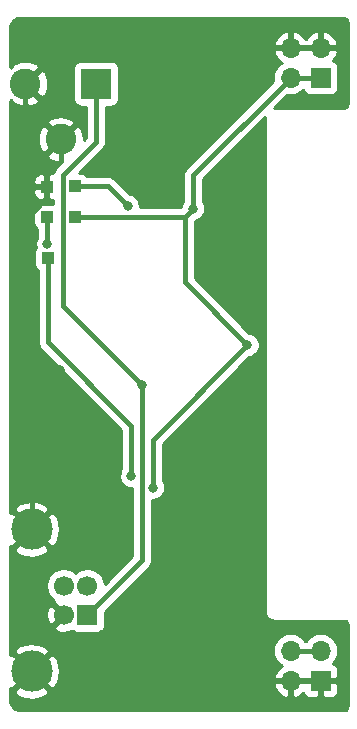
<source format=gbl>
G04 #@! TF.GenerationSoftware,KiCad,Pcbnew,(5.1.4)-1*
G04 #@! TF.CreationDate,2021-06-12T17:19:04+05:30*
G04 #@! TF.ProjectId,Breadboard_Power_Supply,42726561-6462-46f6-9172-645f506f7765,1*
G04 #@! TF.SameCoordinates,Original*
G04 #@! TF.FileFunction,Copper,L2,Bot*
G04 #@! TF.FilePolarity,Positive*
%FSLAX46Y46*%
G04 Gerber Fmt 4.6, Leading zero omitted, Abs format (unit mm)*
G04 Created by KiCad (PCBNEW (5.1.4)-1) date 2021-06-12 17:19:04*
%MOMM*%
%LPD*%
G04 APERTURE LIST*
%ADD10R,1.000000X1.000000*%
%ADD11O,1.700000X1.700000*%
%ADD12R,1.700000X1.700000*%
%ADD13C,1.700000*%
%ADD14C,3.500000*%
%ADD15C,2.600000*%
%ADD16R,2.600000X2.600000*%
%ADD17C,0.800000*%
%ADD18C,0.400000*%
%ADD19C,0.254000*%
G04 APERTURE END LIST*
D10*
X136400000Y-80500000D03*
D11*
X156960000Y-113760000D03*
X159500000Y-113760000D03*
X156960000Y-116300000D03*
D12*
X159500000Y-116300000D03*
D11*
X156960000Y-62710000D03*
X159500000Y-62710000D03*
X156960000Y-65250000D03*
D12*
X159500000Y-65250000D03*
X139750000Y-110750000D03*
D13*
X139750000Y-108250000D03*
X137750000Y-108250000D03*
X137750000Y-110750000D03*
D14*
X135040000Y-115520000D03*
X135040000Y-103480000D03*
D15*
X137500000Y-70450000D03*
X134500000Y-65750000D03*
D16*
X140500000Y-65750000D03*
D10*
X138725000Y-74425000D03*
X138750000Y-77025000D03*
X136325000Y-74475000D03*
X136325000Y-77050000D03*
D17*
X137439100Y-89958000D03*
X144395000Y-91260000D03*
X145302400Y-99944600D03*
X148700000Y-76331200D03*
X153314000Y-87874600D03*
X143176900Y-76117600D03*
X136375300Y-79292600D03*
X143477800Y-98982500D03*
D18*
X134500000Y-65750000D02*
X137540000Y-62710000D01*
X137540000Y-62710000D02*
X156960000Y-62710000D01*
X137500000Y-70450000D02*
X134500000Y-67450000D01*
X134500000Y-67450000D02*
X134500000Y-65750000D01*
X136325000Y-73474700D02*
X137500000Y-72299700D01*
X137500000Y-72299700D02*
X137500000Y-70450000D01*
X135282600Y-89958000D02*
X137439100Y-89958000D01*
X135040000Y-103480000D02*
X135040000Y-90200600D01*
X135040000Y-90200600D02*
X135282600Y-89958000D01*
X136325000Y-74475000D02*
X136325000Y-73474700D01*
X159500000Y-116300000D02*
X156960000Y-116300000D01*
X159500000Y-62710000D02*
X156960000Y-62710000D01*
X136325000Y-75375000D02*
X136325000Y-74475000D01*
X135040000Y-76660000D02*
X136325000Y-75375000D01*
X135040000Y-90200600D02*
X135040000Y-76660000D01*
X144395000Y-91260000D02*
X137703300Y-84568300D01*
X137703300Y-84568300D02*
X137703300Y-73449500D01*
X137703300Y-73449500D02*
X140500000Y-70652800D01*
X140500000Y-70652800D02*
X140500000Y-65750000D01*
X139750000Y-110750000D02*
X144395000Y-106105000D01*
X144395000Y-106105000D02*
X144395000Y-91260000D01*
X153314000Y-87874600D02*
X145302400Y-95886200D01*
X145302400Y-95886200D02*
X145302400Y-99944600D01*
X153314000Y-87874600D02*
X148006200Y-82566800D01*
X148006200Y-82566800D02*
X148006200Y-77025000D01*
X148006200Y-77025000D02*
X138750000Y-77025000D01*
X148700000Y-76331200D02*
X148006200Y-77025000D01*
X159500000Y-65250000D02*
X156960000Y-65250000D01*
X148700000Y-73510000D02*
X156960000Y-65250000D01*
X148700000Y-76331200D02*
X148700000Y-73510000D01*
X139725300Y-74425000D02*
X141484300Y-74425000D01*
X141484300Y-74425000D02*
X143176900Y-76117600D01*
X138725000Y-74425000D02*
X139725300Y-74425000D01*
X159500000Y-113760000D02*
X156960000Y-113760000D01*
X136325000Y-77050000D02*
X136325000Y-79242300D01*
X136325000Y-79242300D02*
X136375300Y-79292600D01*
X136400000Y-80500000D02*
X136400000Y-87645800D01*
X136400000Y-87645800D02*
X136400100Y-87645800D01*
X136400100Y-87645800D02*
X143477800Y-94723500D01*
X143477800Y-94723500D02*
X143477800Y-98982500D01*
D19*
G36*
X161555665Y-60218863D02*
G01*
X161609214Y-60235030D01*
X161658597Y-60261288D01*
X161701945Y-60296641D01*
X161737600Y-60339740D01*
X161764201Y-60388937D01*
X161780742Y-60442375D01*
X161790001Y-60530464D01*
X161790000Y-67465279D01*
X161781138Y-67555664D01*
X161764970Y-67609214D01*
X161738712Y-67658597D01*
X161703357Y-67701947D01*
X161660261Y-67737599D01*
X161611063Y-67764201D01*
X161557625Y-67780742D01*
X161469545Y-67790000D01*
X155600868Y-67790000D01*
X156676596Y-66714272D01*
X156887050Y-66735000D01*
X157032950Y-66735000D01*
X157251111Y-66713513D01*
X157531034Y-66628599D01*
X157789014Y-66490706D01*
X158015134Y-66305134D01*
X158039607Y-66275313D01*
X158060498Y-66344180D01*
X158119463Y-66454494D01*
X158198815Y-66551185D01*
X158295506Y-66630537D01*
X158405820Y-66689502D01*
X158525518Y-66725812D01*
X158650000Y-66738072D01*
X160350000Y-66738072D01*
X160474482Y-66725812D01*
X160594180Y-66689502D01*
X160704494Y-66630537D01*
X160801185Y-66551185D01*
X160880537Y-66454494D01*
X160939502Y-66344180D01*
X160975812Y-66224482D01*
X160988072Y-66100000D01*
X160988072Y-64400000D01*
X160975812Y-64275518D01*
X160939502Y-64155820D01*
X160880537Y-64045506D01*
X160801185Y-63948815D01*
X160704494Y-63869463D01*
X160594180Y-63810498D01*
X160513534Y-63786034D01*
X160597588Y-63710269D01*
X160771641Y-63476920D01*
X160896825Y-63214099D01*
X160941476Y-63066890D01*
X160820155Y-62837000D01*
X159627000Y-62837000D01*
X159627000Y-62857000D01*
X159373000Y-62857000D01*
X159373000Y-62837000D01*
X157087000Y-62837000D01*
X157087000Y-62857000D01*
X156833000Y-62857000D01*
X156833000Y-62837000D01*
X155639845Y-62837000D01*
X155518524Y-63066890D01*
X155563175Y-63214099D01*
X155688359Y-63476920D01*
X155862412Y-63710269D01*
X156078645Y-63905178D01*
X156195523Y-63974799D01*
X156130986Y-64009294D01*
X155904866Y-64194866D01*
X155719294Y-64420986D01*
X155581401Y-64678966D01*
X155496487Y-64958889D01*
X155467815Y-65250000D01*
X155495728Y-65533404D01*
X148138574Y-72890559D01*
X148106710Y-72916709D01*
X148080562Y-72948571D01*
X148002364Y-73043855D01*
X147924828Y-73188914D01*
X147877082Y-73346312D01*
X147860960Y-73510000D01*
X147865001Y-73551028D01*
X147865000Y-75717915D01*
X147782795Y-75840944D01*
X147704774Y-76029302D01*
X147675907Y-76174425D01*
X147660333Y-76190000D01*
X144211900Y-76190000D01*
X144211900Y-76015661D01*
X144172126Y-75815702D01*
X144094105Y-75627344D01*
X143980837Y-75457826D01*
X143836674Y-75313663D01*
X143667156Y-75200395D01*
X143478798Y-75122374D01*
X143333676Y-75093508D01*
X142103746Y-73863579D01*
X142077591Y-73831709D01*
X141950446Y-73727364D01*
X141805387Y-73649828D01*
X141647989Y-73602082D01*
X141525319Y-73590000D01*
X141525318Y-73590000D01*
X141484300Y-73585960D01*
X141443282Y-73590000D01*
X139765957Y-73590000D01*
X139755537Y-73570506D01*
X139676185Y-73473815D01*
X139579494Y-73394463D01*
X139469180Y-73335498D01*
X139349482Y-73299188D01*
X139225000Y-73286928D01*
X139046739Y-73286928D01*
X141061428Y-71272240D01*
X141093291Y-71246091D01*
X141197636Y-71118946D01*
X141275172Y-70973887D01*
X141322918Y-70816489D01*
X141335000Y-70693819D01*
X141335000Y-70693818D01*
X141339040Y-70652801D01*
X141335000Y-70611782D01*
X141335000Y-67688072D01*
X141800000Y-67688072D01*
X141924482Y-67675812D01*
X142044180Y-67639502D01*
X142154494Y-67580537D01*
X142251185Y-67501185D01*
X142330537Y-67404494D01*
X142389502Y-67294180D01*
X142425812Y-67174482D01*
X142438072Y-67050000D01*
X142438072Y-64450000D01*
X142425812Y-64325518D01*
X142389502Y-64205820D01*
X142330537Y-64095506D01*
X142251185Y-63998815D01*
X142154494Y-63919463D01*
X142044180Y-63860498D01*
X141924482Y-63824188D01*
X141800000Y-63811928D01*
X139200000Y-63811928D01*
X139075518Y-63824188D01*
X138955820Y-63860498D01*
X138845506Y-63919463D01*
X138748815Y-63998815D01*
X138669463Y-64095506D01*
X138610498Y-64205820D01*
X138574188Y-64325518D01*
X138561928Y-64450000D01*
X138561928Y-67050000D01*
X138574188Y-67174482D01*
X138610498Y-67294180D01*
X138669463Y-67404494D01*
X138748815Y-67501185D01*
X138845506Y-67580537D01*
X138955820Y-67639502D01*
X139075518Y-67675812D01*
X139200000Y-67688072D01*
X139665001Y-67688072D01*
X139665000Y-70306932D01*
X139433664Y-70538268D01*
X139443701Y-70399271D01*
X139396457Y-70021049D01*
X139276333Y-69659310D01*
X139144312Y-69412317D01*
X138849224Y-69280381D01*
X137679605Y-70450000D01*
X137693748Y-70464143D01*
X137514143Y-70643748D01*
X137500000Y-70629605D01*
X136330381Y-71799224D01*
X136462317Y-72094312D01*
X136803045Y-72265159D01*
X137170557Y-72366250D01*
X137550729Y-72393701D01*
X137582158Y-72389775D01*
X137141874Y-72830059D01*
X137110010Y-72856209D01*
X137083862Y-72888071D01*
X137005664Y-72983355D01*
X136928128Y-73128414D01*
X136880382Y-73285812D01*
X136874864Y-73341839D01*
X136825000Y-73336928D01*
X136610750Y-73340000D01*
X136452000Y-73498750D01*
X136452000Y-74348000D01*
X136472000Y-74348000D01*
X136472000Y-74602000D01*
X136452000Y-74602000D01*
X136452000Y-75451250D01*
X136610750Y-75610000D01*
X136825000Y-75613072D01*
X136868301Y-75608807D01*
X136868301Y-75916193D01*
X136825000Y-75911928D01*
X135825000Y-75911928D01*
X135700518Y-75924188D01*
X135580820Y-75960498D01*
X135470506Y-76019463D01*
X135373815Y-76098815D01*
X135294463Y-76195506D01*
X135235498Y-76305820D01*
X135199188Y-76425518D01*
X135186928Y-76550000D01*
X135186928Y-77550000D01*
X135199188Y-77674482D01*
X135235498Y-77794180D01*
X135294463Y-77904494D01*
X135373815Y-78001185D01*
X135470506Y-78080537D01*
X135490000Y-78090957D01*
X135490001Y-78754594D01*
X135458095Y-78802344D01*
X135380074Y-78990702D01*
X135340300Y-79190661D01*
X135340300Y-79394539D01*
X135380074Y-79594498D01*
X135390556Y-79619804D01*
X135369463Y-79645506D01*
X135310498Y-79755820D01*
X135274188Y-79875518D01*
X135261928Y-80000000D01*
X135261928Y-81000000D01*
X135274188Y-81124482D01*
X135310498Y-81244180D01*
X135369463Y-81354494D01*
X135448815Y-81451185D01*
X135545506Y-81530537D01*
X135565000Y-81540957D01*
X135565001Y-87604771D01*
X135560960Y-87645800D01*
X135577082Y-87809489D01*
X135624828Y-87966887D01*
X135702364Y-88111946D01*
X135806709Y-88239091D01*
X135839137Y-88265704D01*
X142642800Y-95069368D01*
X142642801Y-98369214D01*
X142560595Y-98492244D01*
X142482574Y-98680602D01*
X142442800Y-98880561D01*
X142442800Y-99084439D01*
X142482574Y-99284398D01*
X142560595Y-99472756D01*
X142673863Y-99642274D01*
X142818026Y-99786437D01*
X142987544Y-99899705D01*
X143175902Y-99977726D01*
X143375861Y-100017500D01*
X143560000Y-100017500D01*
X143560000Y-105759132D01*
X141231747Y-108087386D01*
X141177932Y-107816842D01*
X141065990Y-107546589D01*
X140903475Y-107303368D01*
X140696632Y-107096525D01*
X140453411Y-106934010D01*
X140183158Y-106822068D01*
X139896260Y-106765000D01*
X139603740Y-106765000D01*
X139316842Y-106822068D01*
X139046589Y-106934010D01*
X138803368Y-107096525D01*
X138750000Y-107149893D01*
X138696632Y-107096525D01*
X138453411Y-106934010D01*
X138183158Y-106822068D01*
X137896260Y-106765000D01*
X137603740Y-106765000D01*
X137316842Y-106822068D01*
X137046589Y-106934010D01*
X136803368Y-107096525D01*
X136596525Y-107303368D01*
X136434010Y-107546589D01*
X136322068Y-107816842D01*
X136265000Y-108103740D01*
X136265000Y-108396260D01*
X136322068Y-108683158D01*
X136434010Y-108953411D01*
X136596525Y-109196632D01*
X136803368Y-109403475D01*
X136966410Y-109512416D01*
X136901208Y-109721603D01*
X137750000Y-110570395D01*
X137764143Y-110556253D01*
X137943748Y-110735858D01*
X137929605Y-110750000D01*
X137943748Y-110764143D01*
X137764143Y-110943748D01*
X137750000Y-110929605D01*
X136901208Y-111778397D01*
X136978843Y-112027472D01*
X137242883Y-112153371D01*
X137526411Y-112225339D01*
X137818531Y-112240611D01*
X138108019Y-112198599D01*
X138383747Y-112100919D01*
X138459850Y-112060241D01*
X138545506Y-112130537D01*
X138655820Y-112189502D01*
X138775518Y-112225812D01*
X138900000Y-112238072D01*
X140600000Y-112238072D01*
X140724482Y-112225812D01*
X140844180Y-112189502D01*
X140954494Y-112130537D01*
X141051185Y-112051185D01*
X141130537Y-111954494D01*
X141189502Y-111844180D01*
X141225812Y-111724482D01*
X141238072Y-111600000D01*
X141238072Y-110442795D01*
X144956428Y-106724440D01*
X144988291Y-106698291D01*
X145092636Y-106571146D01*
X145170172Y-106426087D01*
X145217918Y-106268689D01*
X145230000Y-106146019D01*
X145230000Y-106146018D01*
X145234040Y-106105000D01*
X145230000Y-106063982D01*
X145230000Y-100979600D01*
X145404339Y-100979600D01*
X145604298Y-100939826D01*
X145792656Y-100861805D01*
X145962174Y-100748537D01*
X146106337Y-100604374D01*
X146219605Y-100434856D01*
X146297626Y-100246498D01*
X146337400Y-100046539D01*
X146337400Y-99842661D01*
X146297626Y-99642702D01*
X146219605Y-99454344D01*
X146137400Y-99331315D01*
X146137400Y-96232067D01*
X153470776Y-88898692D01*
X153615898Y-88869826D01*
X153804256Y-88791805D01*
X153973774Y-88678537D01*
X154117937Y-88534374D01*
X154231205Y-88364856D01*
X154309226Y-88176498D01*
X154349000Y-87976539D01*
X154349000Y-87772661D01*
X154309226Y-87572702D01*
X154231205Y-87384344D01*
X154117937Y-87214826D01*
X153973774Y-87070663D01*
X153804256Y-86957395D01*
X153615898Y-86879374D01*
X153470777Y-86850508D01*
X148841200Y-82220933D01*
X148841200Y-77370867D01*
X148856775Y-77355293D01*
X149001898Y-77326426D01*
X149190256Y-77248405D01*
X149359774Y-77135137D01*
X149503937Y-76990974D01*
X149617205Y-76821456D01*
X149695226Y-76633098D01*
X149735000Y-76433139D01*
X149735000Y-76229261D01*
X149695226Y-76029302D01*
X149617205Y-75840944D01*
X149535000Y-75717915D01*
X149535000Y-73855867D01*
X154790000Y-68600868D01*
X154790001Y-109965114D01*
X154790000Y-109965124D01*
X154790000Y-110465123D01*
X154786565Y-110500000D01*
X154800273Y-110639184D01*
X154840872Y-110773020D01*
X154906800Y-110896363D01*
X154995525Y-111004475D01*
X155103637Y-111093200D01*
X155226980Y-111159128D01*
X155360816Y-111199727D01*
X155465123Y-111210000D01*
X155500000Y-111213435D01*
X155534877Y-111210000D01*
X161465278Y-111210000D01*
X161555665Y-111218863D01*
X161609214Y-111235030D01*
X161658597Y-111261288D01*
X161701945Y-111296641D01*
X161737600Y-111339740D01*
X161764201Y-111388937D01*
X161780742Y-111442375D01*
X161790000Y-111530455D01*
X161790001Y-118465269D01*
X161781138Y-118555664D01*
X161764970Y-118609214D01*
X161738712Y-118658597D01*
X161703357Y-118701947D01*
X161660261Y-118737599D01*
X161611063Y-118764201D01*
X161557625Y-118780742D01*
X161469545Y-118790000D01*
X134034729Y-118790000D01*
X133847216Y-118771614D01*
X133700252Y-118727243D01*
X133564703Y-118655171D01*
X133445742Y-118558148D01*
X133347882Y-118439856D01*
X133274868Y-118304819D01*
X133229471Y-118158167D01*
X133210000Y-117972908D01*
X133210000Y-117189609D01*
X133549997Y-117189609D01*
X133736073Y-117530766D01*
X134153409Y-117746513D01*
X134604815Y-117876696D01*
X135072946Y-117916313D01*
X135539811Y-117863842D01*
X135987468Y-117721297D01*
X136343927Y-117530766D01*
X136530003Y-117189609D01*
X135040000Y-115699605D01*
X133549997Y-117189609D01*
X133210000Y-117189609D01*
X133210000Y-116922522D01*
X133370391Y-117010003D01*
X134860395Y-115520000D01*
X135219605Y-115520000D01*
X136709609Y-117010003D01*
X137050766Y-116823927D01*
X137137117Y-116656890D01*
X155518524Y-116656890D01*
X155563175Y-116804099D01*
X155688359Y-117066920D01*
X155862412Y-117300269D01*
X156078645Y-117495178D01*
X156328748Y-117644157D01*
X156603109Y-117741481D01*
X156833000Y-117620814D01*
X156833000Y-116427000D01*
X157087000Y-116427000D01*
X157087000Y-117620814D01*
X157316891Y-117741481D01*
X157591252Y-117644157D01*
X157841355Y-117495178D01*
X158037502Y-117318374D01*
X158060498Y-117394180D01*
X158119463Y-117504494D01*
X158198815Y-117601185D01*
X158295506Y-117680537D01*
X158405820Y-117739502D01*
X158525518Y-117775812D01*
X158650000Y-117788072D01*
X159214250Y-117785000D01*
X159373000Y-117626250D01*
X159373000Y-116427000D01*
X159627000Y-116427000D01*
X159627000Y-117626250D01*
X159785750Y-117785000D01*
X160350000Y-117788072D01*
X160474482Y-117775812D01*
X160594180Y-117739502D01*
X160704494Y-117680537D01*
X160801185Y-117601185D01*
X160880537Y-117504494D01*
X160939502Y-117394180D01*
X160975812Y-117274482D01*
X160988072Y-117150000D01*
X160985000Y-116585750D01*
X160826250Y-116427000D01*
X159627000Y-116427000D01*
X159373000Y-116427000D01*
X157087000Y-116427000D01*
X156833000Y-116427000D01*
X155639845Y-116427000D01*
X155518524Y-116656890D01*
X137137117Y-116656890D01*
X137266513Y-116406591D01*
X137396696Y-115955185D01*
X137436313Y-115487054D01*
X137383842Y-115020189D01*
X137241297Y-114572532D01*
X137050766Y-114216073D01*
X136709609Y-114029997D01*
X135219605Y-115520000D01*
X134860395Y-115520000D01*
X133370391Y-114029997D01*
X133210000Y-114117478D01*
X133210000Y-113850391D01*
X133549997Y-113850391D01*
X135040000Y-115340395D01*
X136530003Y-113850391D01*
X136480702Y-113760000D01*
X155467815Y-113760000D01*
X155496487Y-114051111D01*
X155581401Y-114331034D01*
X155719294Y-114589014D01*
X155904866Y-114815134D01*
X156130986Y-115000706D01*
X156195523Y-115035201D01*
X156078645Y-115104822D01*
X155862412Y-115299731D01*
X155688359Y-115533080D01*
X155563175Y-115795901D01*
X155518524Y-115943110D01*
X155639845Y-116173000D01*
X156833000Y-116173000D01*
X156833000Y-116153000D01*
X157087000Y-116153000D01*
X157087000Y-116173000D01*
X159373000Y-116173000D01*
X159373000Y-116153000D01*
X159627000Y-116153000D01*
X159627000Y-116173000D01*
X160826250Y-116173000D01*
X160985000Y-116014250D01*
X160988072Y-115450000D01*
X160975812Y-115325518D01*
X160939502Y-115205820D01*
X160880537Y-115095506D01*
X160801185Y-114998815D01*
X160704494Y-114919463D01*
X160594180Y-114860498D01*
X160525313Y-114839607D01*
X160555134Y-114815134D01*
X160740706Y-114589014D01*
X160878599Y-114331034D01*
X160963513Y-114051111D01*
X160992185Y-113760000D01*
X160963513Y-113468889D01*
X160878599Y-113188966D01*
X160740706Y-112930986D01*
X160555134Y-112704866D01*
X160329014Y-112519294D01*
X160071034Y-112381401D01*
X159791111Y-112296487D01*
X159572950Y-112275000D01*
X159427050Y-112275000D01*
X159208889Y-112296487D01*
X158928966Y-112381401D01*
X158670986Y-112519294D01*
X158444866Y-112704866D01*
X158264207Y-112925000D01*
X158195793Y-112925000D01*
X158015134Y-112704866D01*
X157789014Y-112519294D01*
X157531034Y-112381401D01*
X157251111Y-112296487D01*
X157032950Y-112275000D01*
X156887050Y-112275000D01*
X156668889Y-112296487D01*
X156388966Y-112381401D01*
X156130986Y-112519294D01*
X155904866Y-112704866D01*
X155719294Y-112930986D01*
X155581401Y-113188966D01*
X155496487Y-113468889D01*
X155467815Y-113760000D01*
X136480702Y-113760000D01*
X136343927Y-113509234D01*
X135926591Y-113293487D01*
X135475185Y-113163304D01*
X135007054Y-113123687D01*
X134540189Y-113176158D01*
X134092532Y-113318703D01*
X133736073Y-113509234D01*
X133549997Y-113850391D01*
X133210000Y-113850391D01*
X133210000Y-110818531D01*
X136259389Y-110818531D01*
X136301401Y-111108019D01*
X136399081Y-111383747D01*
X136472528Y-111521157D01*
X136721603Y-111598792D01*
X137570395Y-110750000D01*
X136721603Y-109901208D01*
X136472528Y-109978843D01*
X136346629Y-110242883D01*
X136274661Y-110526411D01*
X136259389Y-110818531D01*
X133210000Y-110818531D01*
X133210000Y-105149609D01*
X133549997Y-105149609D01*
X133736073Y-105490766D01*
X134153409Y-105706513D01*
X134604815Y-105836696D01*
X135072946Y-105876313D01*
X135539811Y-105823842D01*
X135987468Y-105681297D01*
X136343927Y-105490766D01*
X136530003Y-105149609D01*
X135040000Y-103659605D01*
X133549997Y-105149609D01*
X133210000Y-105149609D01*
X133210000Y-104882522D01*
X133370391Y-104970003D01*
X134860395Y-103480000D01*
X135219605Y-103480000D01*
X136709609Y-104970003D01*
X137050766Y-104783927D01*
X137266513Y-104366591D01*
X137396696Y-103915185D01*
X137436313Y-103447054D01*
X137383842Y-102980189D01*
X137241297Y-102532532D01*
X137050766Y-102176073D01*
X136709609Y-101989997D01*
X135219605Y-103480000D01*
X134860395Y-103480000D01*
X133370391Y-101989997D01*
X133210000Y-102077478D01*
X133210000Y-101810391D01*
X133549997Y-101810391D01*
X135040000Y-103300395D01*
X136530003Y-101810391D01*
X136343927Y-101469234D01*
X135926591Y-101253487D01*
X135475185Y-101123304D01*
X135007054Y-101083687D01*
X134540189Y-101136158D01*
X134092532Y-101278703D01*
X133736073Y-101469234D01*
X133549997Y-101810391D01*
X133210000Y-101810391D01*
X133210000Y-74975000D01*
X135186928Y-74975000D01*
X135199188Y-75099482D01*
X135235498Y-75219180D01*
X135294463Y-75329494D01*
X135373815Y-75426185D01*
X135470506Y-75505537D01*
X135580820Y-75564502D01*
X135700518Y-75600812D01*
X135825000Y-75613072D01*
X136039250Y-75610000D01*
X136198000Y-75451250D01*
X136198000Y-74602000D01*
X135348750Y-74602000D01*
X135190000Y-74760750D01*
X135186928Y-74975000D01*
X133210000Y-74975000D01*
X133210000Y-73975000D01*
X135186928Y-73975000D01*
X135190000Y-74189250D01*
X135348750Y-74348000D01*
X136198000Y-74348000D01*
X136198000Y-73498750D01*
X136039250Y-73340000D01*
X135825000Y-73336928D01*
X135700518Y-73349188D01*
X135580820Y-73385498D01*
X135470506Y-73444463D01*
X135373815Y-73523815D01*
X135294463Y-73620506D01*
X135235498Y-73730820D01*
X135199188Y-73850518D01*
X135186928Y-73975000D01*
X133210000Y-73975000D01*
X133210000Y-70500729D01*
X135556299Y-70500729D01*
X135603543Y-70878951D01*
X135723667Y-71240690D01*
X135855688Y-71487683D01*
X136150776Y-71619619D01*
X137320395Y-70450000D01*
X136150776Y-69280381D01*
X135855688Y-69412317D01*
X135684841Y-69753045D01*
X135583750Y-70120557D01*
X135556299Y-70500729D01*
X133210000Y-70500729D01*
X133210000Y-69100776D01*
X136330381Y-69100776D01*
X137500000Y-70270395D01*
X138669619Y-69100776D01*
X138537683Y-68805688D01*
X138196955Y-68634841D01*
X137829443Y-68533750D01*
X137449271Y-68506299D01*
X137071049Y-68553543D01*
X136709310Y-68673667D01*
X136462317Y-68805688D01*
X136330381Y-69100776D01*
X133210000Y-69100776D01*
X133210000Y-67208874D01*
X133215367Y-67214241D01*
X133330382Y-67099226D01*
X133462317Y-67394312D01*
X133803045Y-67565159D01*
X134170557Y-67666250D01*
X134550729Y-67693701D01*
X134928951Y-67646457D01*
X135290690Y-67526333D01*
X135537683Y-67394312D01*
X135669619Y-67099224D01*
X134500000Y-65929605D01*
X134485858Y-65943748D01*
X134306253Y-65764143D01*
X134320395Y-65750000D01*
X134679605Y-65750000D01*
X135849224Y-66919619D01*
X136144312Y-66787683D01*
X136315159Y-66446955D01*
X136416250Y-66079443D01*
X136443701Y-65699271D01*
X136396457Y-65321049D01*
X136276333Y-64959310D01*
X136144312Y-64712317D01*
X135849224Y-64580381D01*
X134679605Y-65750000D01*
X134320395Y-65750000D01*
X134306253Y-65735858D01*
X134485858Y-65556253D01*
X134500000Y-65570395D01*
X135669619Y-64400776D01*
X135537683Y-64105688D01*
X135196955Y-63934841D01*
X134829443Y-63833750D01*
X134449271Y-63806299D01*
X134071049Y-63853543D01*
X133709310Y-63973667D01*
X133462317Y-64105688D01*
X133330382Y-64400774D01*
X133215367Y-64285759D01*
X133210000Y-64291126D01*
X133210000Y-62353110D01*
X155518524Y-62353110D01*
X155639845Y-62583000D01*
X156833000Y-62583000D01*
X156833000Y-61389186D01*
X157087000Y-61389186D01*
X157087000Y-62583000D01*
X159373000Y-62583000D01*
X159373000Y-61389186D01*
X159627000Y-61389186D01*
X159627000Y-62583000D01*
X160820155Y-62583000D01*
X160941476Y-62353110D01*
X160896825Y-62205901D01*
X160771641Y-61943080D01*
X160597588Y-61709731D01*
X160381355Y-61514822D01*
X160131252Y-61365843D01*
X159856891Y-61268519D01*
X159627000Y-61389186D01*
X159373000Y-61389186D01*
X159143109Y-61268519D01*
X158868748Y-61365843D01*
X158618645Y-61514822D01*
X158402412Y-61709731D01*
X158230000Y-61940880D01*
X158057588Y-61709731D01*
X157841355Y-61514822D01*
X157591252Y-61365843D01*
X157316891Y-61268519D01*
X157087000Y-61389186D01*
X156833000Y-61389186D01*
X156603109Y-61268519D01*
X156328748Y-61365843D01*
X156078645Y-61514822D01*
X155862412Y-61709731D01*
X155688359Y-61943080D01*
X155563175Y-62205901D01*
X155518524Y-62353110D01*
X133210000Y-62353110D01*
X133210000Y-61034729D01*
X133228386Y-60847215D01*
X133272757Y-60700252D01*
X133344829Y-60564703D01*
X133441852Y-60445742D01*
X133560144Y-60347882D01*
X133695181Y-60274868D01*
X133841833Y-60229471D01*
X134027092Y-60210000D01*
X161465278Y-60210000D01*
X161555665Y-60218863D01*
X161555665Y-60218863D01*
G37*
X161555665Y-60218863D02*
X161609214Y-60235030D01*
X161658597Y-60261288D01*
X161701945Y-60296641D01*
X161737600Y-60339740D01*
X161764201Y-60388937D01*
X161780742Y-60442375D01*
X161790001Y-60530464D01*
X161790000Y-67465279D01*
X161781138Y-67555664D01*
X161764970Y-67609214D01*
X161738712Y-67658597D01*
X161703357Y-67701947D01*
X161660261Y-67737599D01*
X161611063Y-67764201D01*
X161557625Y-67780742D01*
X161469545Y-67790000D01*
X155600868Y-67790000D01*
X156676596Y-66714272D01*
X156887050Y-66735000D01*
X157032950Y-66735000D01*
X157251111Y-66713513D01*
X157531034Y-66628599D01*
X157789014Y-66490706D01*
X158015134Y-66305134D01*
X158039607Y-66275313D01*
X158060498Y-66344180D01*
X158119463Y-66454494D01*
X158198815Y-66551185D01*
X158295506Y-66630537D01*
X158405820Y-66689502D01*
X158525518Y-66725812D01*
X158650000Y-66738072D01*
X160350000Y-66738072D01*
X160474482Y-66725812D01*
X160594180Y-66689502D01*
X160704494Y-66630537D01*
X160801185Y-66551185D01*
X160880537Y-66454494D01*
X160939502Y-66344180D01*
X160975812Y-66224482D01*
X160988072Y-66100000D01*
X160988072Y-64400000D01*
X160975812Y-64275518D01*
X160939502Y-64155820D01*
X160880537Y-64045506D01*
X160801185Y-63948815D01*
X160704494Y-63869463D01*
X160594180Y-63810498D01*
X160513534Y-63786034D01*
X160597588Y-63710269D01*
X160771641Y-63476920D01*
X160896825Y-63214099D01*
X160941476Y-63066890D01*
X160820155Y-62837000D01*
X159627000Y-62837000D01*
X159627000Y-62857000D01*
X159373000Y-62857000D01*
X159373000Y-62837000D01*
X157087000Y-62837000D01*
X157087000Y-62857000D01*
X156833000Y-62857000D01*
X156833000Y-62837000D01*
X155639845Y-62837000D01*
X155518524Y-63066890D01*
X155563175Y-63214099D01*
X155688359Y-63476920D01*
X155862412Y-63710269D01*
X156078645Y-63905178D01*
X156195523Y-63974799D01*
X156130986Y-64009294D01*
X155904866Y-64194866D01*
X155719294Y-64420986D01*
X155581401Y-64678966D01*
X155496487Y-64958889D01*
X155467815Y-65250000D01*
X155495728Y-65533404D01*
X148138574Y-72890559D01*
X148106710Y-72916709D01*
X148080562Y-72948571D01*
X148002364Y-73043855D01*
X147924828Y-73188914D01*
X147877082Y-73346312D01*
X147860960Y-73510000D01*
X147865001Y-73551028D01*
X147865000Y-75717915D01*
X147782795Y-75840944D01*
X147704774Y-76029302D01*
X147675907Y-76174425D01*
X147660333Y-76190000D01*
X144211900Y-76190000D01*
X144211900Y-76015661D01*
X144172126Y-75815702D01*
X144094105Y-75627344D01*
X143980837Y-75457826D01*
X143836674Y-75313663D01*
X143667156Y-75200395D01*
X143478798Y-75122374D01*
X143333676Y-75093508D01*
X142103746Y-73863579D01*
X142077591Y-73831709D01*
X141950446Y-73727364D01*
X141805387Y-73649828D01*
X141647989Y-73602082D01*
X141525319Y-73590000D01*
X141525318Y-73590000D01*
X141484300Y-73585960D01*
X141443282Y-73590000D01*
X139765957Y-73590000D01*
X139755537Y-73570506D01*
X139676185Y-73473815D01*
X139579494Y-73394463D01*
X139469180Y-73335498D01*
X139349482Y-73299188D01*
X139225000Y-73286928D01*
X139046739Y-73286928D01*
X141061428Y-71272240D01*
X141093291Y-71246091D01*
X141197636Y-71118946D01*
X141275172Y-70973887D01*
X141322918Y-70816489D01*
X141335000Y-70693819D01*
X141335000Y-70693818D01*
X141339040Y-70652801D01*
X141335000Y-70611782D01*
X141335000Y-67688072D01*
X141800000Y-67688072D01*
X141924482Y-67675812D01*
X142044180Y-67639502D01*
X142154494Y-67580537D01*
X142251185Y-67501185D01*
X142330537Y-67404494D01*
X142389502Y-67294180D01*
X142425812Y-67174482D01*
X142438072Y-67050000D01*
X142438072Y-64450000D01*
X142425812Y-64325518D01*
X142389502Y-64205820D01*
X142330537Y-64095506D01*
X142251185Y-63998815D01*
X142154494Y-63919463D01*
X142044180Y-63860498D01*
X141924482Y-63824188D01*
X141800000Y-63811928D01*
X139200000Y-63811928D01*
X139075518Y-63824188D01*
X138955820Y-63860498D01*
X138845506Y-63919463D01*
X138748815Y-63998815D01*
X138669463Y-64095506D01*
X138610498Y-64205820D01*
X138574188Y-64325518D01*
X138561928Y-64450000D01*
X138561928Y-67050000D01*
X138574188Y-67174482D01*
X138610498Y-67294180D01*
X138669463Y-67404494D01*
X138748815Y-67501185D01*
X138845506Y-67580537D01*
X138955820Y-67639502D01*
X139075518Y-67675812D01*
X139200000Y-67688072D01*
X139665001Y-67688072D01*
X139665000Y-70306932D01*
X139433664Y-70538268D01*
X139443701Y-70399271D01*
X139396457Y-70021049D01*
X139276333Y-69659310D01*
X139144312Y-69412317D01*
X138849224Y-69280381D01*
X137679605Y-70450000D01*
X137693748Y-70464143D01*
X137514143Y-70643748D01*
X137500000Y-70629605D01*
X136330381Y-71799224D01*
X136462317Y-72094312D01*
X136803045Y-72265159D01*
X137170557Y-72366250D01*
X137550729Y-72393701D01*
X137582158Y-72389775D01*
X137141874Y-72830059D01*
X137110010Y-72856209D01*
X137083862Y-72888071D01*
X137005664Y-72983355D01*
X136928128Y-73128414D01*
X136880382Y-73285812D01*
X136874864Y-73341839D01*
X136825000Y-73336928D01*
X136610750Y-73340000D01*
X136452000Y-73498750D01*
X136452000Y-74348000D01*
X136472000Y-74348000D01*
X136472000Y-74602000D01*
X136452000Y-74602000D01*
X136452000Y-75451250D01*
X136610750Y-75610000D01*
X136825000Y-75613072D01*
X136868301Y-75608807D01*
X136868301Y-75916193D01*
X136825000Y-75911928D01*
X135825000Y-75911928D01*
X135700518Y-75924188D01*
X135580820Y-75960498D01*
X135470506Y-76019463D01*
X135373815Y-76098815D01*
X135294463Y-76195506D01*
X135235498Y-76305820D01*
X135199188Y-76425518D01*
X135186928Y-76550000D01*
X135186928Y-77550000D01*
X135199188Y-77674482D01*
X135235498Y-77794180D01*
X135294463Y-77904494D01*
X135373815Y-78001185D01*
X135470506Y-78080537D01*
X135490000Y-78090957D01*
X135490001Y-78754594D01*
X135458095Y-78802344D01*
X135380074Y-78990702D01*
X135340300Y-79190661D01*
X135340300Y-79394539D01*
X135380074Y-79594498D01*
X135390556Y-79619804D01*
X135369463Y-79645506D01*
X135310498Y-79755820D01*
X135274188Y-79875518D01*
X135261928Y-80000000D01*
X135261928Y-81000000D01*
X135274188Y-81124482D01*
X135310498Y-81244180D01*
X135369463Y-81354494D01*
X135448815Y-81451185D01*
X135545506Y-81530537D01*
X135565000Y-81540957D01*
X135565001Y-87604771D01*
X135560960Y-87645800D01*
X135577082Y-87809489D01*
X135624828Y-87966887D01*
X135702364Y-88111946D01*
X135806709Y-88239091D01*
X135839137Y-88265704D01*
X142642800Y-95069368D01*
X142642801Y-98369214D01*
X142560595Y-98492244D01*
X142482574Y-98680602D01*
X142442800Y-98880561D01*
X142442800Y-99084439D01*
X142482574Y-99284398D01*
X142560595Y-99472756D01*
X142673863Y-99642274D01*
X142818026Y-99786437D01*
X142987544Y-99899705D01*
X143175902Y-99977726D01*
X143375861Y-100017500D01*
X143560000Y-100017500D01*
X143560000Y-105759132D01*
X141231747Y-108087386D01*
X141177932Y-107816842D01*
X141065990Y-107546589D01*
X140903475Y-107303368D01*
X140696632Y-107096525D01*
X140453411Y-106934010D01*
X140183158Y-106822068D01*
X139896260Y-106765000D01*
X139603740Y-106765000D01*
X139316842Y-106822068D01*
X139046589Y-106934010D01*
X138803368Y-107096525D01*
X138750000Y-107149893D01*
X138696632Y-107096525D01*
X138453411Y-106934010D01*
X138183158Y-106822068D01*
X137896260Y-106765000D01*
X137603740Y-106765000D01*
X137316842Y-106822068D01*
X137046589Y-106934010D01*
X136803368Y-107096525D01*
X136596525Y-107303368D01*
X136434010Y-107546589D01*
X136322068Y-107816842D01*
X136265000Y-108103740D01*
X136265000Y-108396260D01*
X136322068Y-108683158D01*
X136434010Y-108953411D01*
X136596525Y-109196632D01*
X136803368Y-109403475D01*
X136966410Y-109512416D01*
X136901208Y-109721603D01*
X137750000Y-110570395D01*
X137764143Y-110556253D01*
X137943748Y-110735858D01*
X137929605Y-110750000D01*
X137943748Y-110764143D01*
X137764143Y-110943748D01*
X137750000Y-110929605D01*
X136901208Y-111778397D01*
X136978843Y-112027472D01*
X137242883Y-112153371D01*
X137526411Y-112225339D01*
X137818531Y-112240611D01*
X138108019Y-112198599D01*
X138383747Y-112100919D01*
X138459850Y-112060241D01*
X138545506Y-112130537D01*
X138655820Y-112189502D01*
X138775518Y-112225812D01*
X138900000Y-112238072D01*
X140600000Y-112238072D01*
X140724482Y-112225812D01*
X140844180Y-112189502D01*
X140954494Y-112130537D01*
X141051185Y-112051185D01*
X141130537Y-111954494D01*
X141189502Y-111844180D01*
X141225812Y-111724482D01*
X141238072Y-111600000D01*
X141238072Y-110442795D01*
X144956428Y-106724440D01*
X144988291Y-106698291D01*
X145092636Y-106571146D01*
X145170172Y-106426087D01*
X145217918Y-106268689D01*
X145230000Y-106146019D01*
X145230000Y-106146018D01*
X145234040Y-106105000D01*
X145230000Y-106063982D01*
X145230000Y-100979600D01*
X145404339Y-100979600D01*
X145604298Y-100939826D01*
X145792656Y-100861805D01*
X145962174Y-100748537D01*
X146106337Y-100604374D01*
X146219605Y-100434856D01*
X146297626Y-100246498D01*
X146337400Y-100046539D01*
X146337400Y-99842661D01*
X146297626Y-99642702D01*
X146219605Y-99454344D01*
X146137400Y-99331315D01*
X146137400Y-96232067D01*
X153470776Y-88898692D01*
X153615898Y-88869826D01*
X153804256Y-88791805D01*
X153973774Y-88678537D01*
X154117937Y-88534374D01*
X154231205Y-88364856D01*
X154309226Y-88176498D01*
X154349000Y-87976539D01*
X154349000Y-87772661D01*
X154309226Y-87572702D01*
X154231205Y-87384344D01*
X154117937Y-87214826D01*
X153973774Y-87070663D01*
X153804256Y-86957395D01*
X153615898Y-86879374D01*
X153470777Y-86850508D01*
X148841200Y-82220933D01*
X148841200Y-77370867D01*
X148856775Y-77355293D01*
X149001898Y-77326426D01*
X149190256Y-77248405D01*
X149359774Y-77135137D01*
X149503937Y-76990974D01*
X149617205Y-76821456D01*
X149695226Y-76633098D01*
X149735000Y-76433139D01*
X149735000Y-76229261D01*
X149695226Y-76029302D01*
X149617205Y-75840944D01*
X149535000Y-75717915D01*
X149535000Y-73855867D01*
X154790000Y-68600868D01*
X154790001Y-109965114D01*
X154790000Y-109965124D01*
X154790000Y-110465123D01*
X154786565Y-110500000D01*
X154800273Y-110639184D01*
X154840872Y-110773020D01*
X154906800Y-110896363D01*
X154995525Y-111004475D01*
X155103637Y-111093200D01*
X155226980Y-111159128D01*
X155360816Y-111199727D01*
X155465123Y-111210000D01*
X155500000Y-111213435D01*
X155534877Y-111210000D01*
X161465278Y-111210000D01*
X161555665Y-111218863D01*
X161609214Y-111235030D01*
X161658597Y-111261288D01*
X161701945Y-111296641D01*
X161737600Y-111339740D01*
X161764201Y-111388937D01*
X161780742Y-111442375D01*
X161790000Y-111530455D01*
X161790001Y-118465269D01*
X161781138Y-118555664D01*
X161764970Y-118609214D01*
X161738712Y-118658597D01*
X161703357Y-118701947D01*
X161660261Y-118737599D01*
X161611063Y-118764201D01*
X161557625Y-118780742D01*
X161469545Y-118790000D01*
X134034729Y-118790000D01*
X133847216Y-118771614D01*
X133700252Y-118727243D01*
X133564703Y-118655171D01*
X133445742Y-118558148D01*
X133347882Y-118439856D01*
X133274868Y-118304819D01*
X133229471Y-118158167D01*
X133210000Y-117972908D01*
X133210000Y-117189609D01*
X133549997Y-117189609D01*
X133736073Y-117530766D01*
X134153409Y-117746513D01*
X134604815Y-117876696D01*
X135072946Y-117916313D01*
X135539811Y-117863842D01*
X135987468Y-117721297D01*
X136343927Y-117530766D01*
X136530003Y-117189609D01*
X135040000Y-115699605D01*
X133549997Y-117189609D01*
X133210000Y-117189609D01*
X133210000Y-116922522D01*
X133370391Y-117010003D01*
X134860395Y-115520000D01*
X135219605Y-115520000D01*
X136709609Y-117010003D01*
X137050766Y-116823927D01*
X137137117Y-116656890D01*
X155518524Y-116656890D01*
X155563175Y-116804099D01*
X155688359Y-117066920D01*
X155862412Y-117300269D01*
X156078645Y-117495178D01*
X156328748Y-117644157D01*
X156603109Y-117741481D01*
X156833000Y-117620814D01*
X156833000Y-116427000D01*
X157087000Y-116427000D01*
X157087000Y-117620814D01*
X157316891Y-117741481D01*
X157591252Y-117644157D01*
X157841355Y-117495178D01*
X158037502Y-117318374D01*
X158060498Y-117394180D01*
X158119463Y-117504494D01*
X158198815Y-117601185D01*
X158295506Y-117680537D01*
X158405820Y-117739502D01*
X158525518Y-117775812D01*
X158650000Y-117788072D01*
X159214250Y-117785000D01*
X159373000Y-117626250D01*
X159373000Y-116427000D01*
X159627000Y-116427000D01*
X159627000Y-117626250D01*
X159785750Y-117785000D01*
X160350000Y-117788072D01*
X160474482Y-117775812D01*
X160594180Y-117739502D01*
X160704494Y-117680537D01*
X160801185Y-117601185D01*
X160880537Y-117504494D01*
X160939502Y-117394180D01*
X160975812Y-117274482D01*
X160988072Y-117150000D01*
X160985000Y-116585750D01*
X160826250Y-116427000D01*
X159627000Y-116427000D01*
X159373000Y-116427000D01*
X157087000Y-116427000D01*
X156833000Y-116427000D01*
X155639845Y-116427000D01*
X155518524Y-116656890D01*
X137137117Y-116656890D01*
X137266513Y-116406591D01*
X137396696Y-115955185D01*
X137436313Y-115487054D01*
X137383842Y-115020189D01*
X137241297Y-114572532D01*
X137050766Y-114216073D01*
X136709609Y-114029997D01*
X135219605Y-115520000D01*
X134860395Y-115520000D01*
X133370391Y-114029997D01*
X133210000Y-114117478D01*
X133210000Y-113850391D01*
X133549997Y-113850391D01*
X135040000Y-115340395D01*
X136530003Y-113850391D01*
X136480702Y-113760000D01*
X155467815Y-113760000D01*
X155496487Y-114051111D01*
X155581401Y-114331034D01*
X155719294Y-114589014D01*
X155904866Y-114815134D01*
X156130986Y-115000706D01*
X156195523Y-115035201D01*
X156078645Y-115104822D01*
X155862412Y-115299731D01*
X155688359Y-115533080D01*
X155563175Y-115795901D01*
X155518524Y-115943110D01*
X155639845Y-116173000D01*
X156833000Y-116173000D01*
X156833000Y-116153000D01*
X157087000Y-116153000D01*
X157087000Y-116173000D01*
X159373000Y-116173000D01*
X159373000Y-116153000D01*
X159627000Y-116153000D01*
X159627000Y-116173000D01*
X160826250Y-116173000D01*
X160985000Y-116014250D01*
X160988072Y-115450000D01*
X160975812Y-115325518D01*
X160939502Y-115205820D01*
X160880537Y-115095506D01*
X160801185Y-114998815D01*
X160704494Y-114919463D01*
X160594180Y-114860498D01*
X160525313Y-114839607D01*
X160555134Y-114815134D01*
X160740706Y-114589014D01*
X160878599Y-114331034D01*
X160963513Y-114051111D01*
X160992185Y-113760000D01*
X160963513Y-113468889D01*
X160878599Y-113188966D01*
X160740706Y-112930986D01*
X160555134Y-112704866D01*
X160329014Y-112519294D01*
X160071034Y-112381401D01*
X159791111Y-112296487D01*
X159572950Y-112275000D01*
X159427050Y-112275000D01*
X159208889Y-112296487D01*
X158928966Y-112381401D01*
X158670986Y-112519294D01*
X158444866Y-112704866D01*
X158264207Y-112925000D01*
X158195793Y-112925000D01*
X158015134Y-112704866D01*
X157789014Y-112519294D01*
X157531034Y-112381401D01*
X157251111Y-112296487D01*
X157032950Y-112275000D01*
X156887050Y-112275000D01*
X156668889Y-112296487D01*
X156388966Y-112381401D01*
X156130986Y-112519294D01*
X155904866Y-112704866D01*
X155719294Y-112930986D01*
X155581401Y-113188966D01*
X155496487Y-113468889D01*
X155467815Y-113760000D01*
X136480702Y-113760000D01*
X136343927Y-113509234D01*
X135926591Y-113293487D01*
X135475185Y-113163304D01*
X135007054Y-113123687D01*
X134540189Y-113176158D01*
X134092532Y-113318703D01*
X133736073Y-113509234D01*
X133549997Y-113850391D01*
X133210000Y-113850391D01*
X133210000Y-110818531D01*
X136259389Y-110818531D01*
X136301401Y-111108019D01*
X136399081Y-111383747D01*
X136472528Y-111521157D01*
X136721603Y-111598792D01*
X137570395Y-110750000D01*
X136721603Y-109901208D01*
X136472528Y-109978843D01*
X136346629Y-110242883D01*
X136274661Y-110526411D01*
X136259389Y-110818531D01*
X133210000Y-110818531D01*
X133210000Y-105149609D01*
X133549997Y-105149609D01*
X133736073Y-105490766D01*
X134153409Y-105706513D01*
X134604815Y-105836696D01*
X135072946Y-105876313D01*
X135539811Y-105823842D01*
X135987468Y-105681297D01*
X136343927Y-105490766D01*
X136530003Y-105149609D01*
X135040000Y-103659605D01*
X133549997Y-105149609D01*
X133210000Y-105149609D01*
X133210000Y-104882522D01*
X133370391Y-104970003D01*
X134860395Y-103480000D01*
X135219605Y-103480000D01*
X136709609Y-104970003D01*
X137050766Y-104783927D01*
X137266513Y-104366591D01*
X137396696Y-103915185D01*
X137436313Y-103447054D01*
X137383842Y-102980189D01*
X137241297Y-102532532D01*
X137050766Y-102176073D01*
X136709609Y-101989997D01*
X135219605Y-103480000D01*
X134860395Y-103480000D01*
X133370391Y-101989997D01*
X133210000Y-102077478D01*
X133210000Y-101810391D01*
X133549997Y-101810391D01*
X135040000Y-103300395D01*
X136530003Y-101810391D01*
X136343927Y-101469234D01*
X135926591Y-101253487D01*
X135475185Y-101123304D01*
X135007054Y-101083687D01*
X134540189Y-101136158D01*
X134092532Y-101278703D01*
X133736073Y-101469234D01*
X133549997Y-101810391D01*
X133210000Y-101810391D01*
X133210000Y-74975000D01*
X135186928Y-74975000D01*
X135199188Y-75099482D01*
X135235498Y-75219180D01*
X135294463Y-75329494D01*
X135373815Y-75426185D01*
X135470506Y-75505537D01*
X135580820Y-75564502D01*
X135700518Y-75600812D01*
X135825000Y-75613072D01*
X136039250Y-75610000D01*
X136198000Y-75451250D01*
X136198000Y-74602000D01*
X135348750Y-74602000D01*
X135190000Y-74760750D01*
X135186928Y-74975000D01*
X133210000Y-74975000D01*
X133210000Y-73975000D01*
X135186928Y-73975000D01*
X135190000Y-74189250D01*
X135348750Y-74348000D01*
X136198000Y-74348000D01*
X136198000Y-73498750D01*
X136039250Y-73340000D01*
X135825000Y-73336928D01*
X135700518Y-73349188D01*
X135580820Y-73385498D01*
X135470506Y-73444463D01*
X135373815Y-73523815D01*
X135294463Y-73620506D01*
X135235498Y-73730820D01*
X135199188Y-73850518D01*
X135186928Y-73975000D01*
X133210000Y-73975000D01*
X133210000Y-70500729D01*
X135556299Y-70500729D01*
X135603543Y-70878951D01*
X135723667Y-71240690D01*
X135855688Y-71487683D01*
X136150776Y-71619619D01*
X137320395Y-70450000D01*
X136150776Y-69280381D01*
X135855688Y-69412317D01*
X135684841Y-69753045D01*
X135583750Y-70120557D01*
X135556299Y-70500729D01*
X133210000Y-70500729D01*
X133210000Y-69100776D01*
X136330381Y-69100776D01*
X137500000Y-70270395D01*
X138669619Y-69100776D01*
X138537683Y-68805688D01*
X138196955Y-68634841D01*
X137829443Y-68533750D01*
X137449271Y-68506299D01*
X137071049Y-68553543D01*
X136709310Y-68673667D01*
X136462317Y-68805688D01*
X136330381Y-69100776D01*
X133210000Y-69100776D01*
X133210000Y-67208874D01*
X133215367Y-67214241D01*
X133330382Y-67099226D01*
X133462317Y-67394312D01*
X133803045Y-67565159D01*
X134170557Y-67666250D01*
X134550729Y-67693701D01*
X134928951Y-67646457D01*
X135290690Y-67526333D01*
X135537683Y-67394312D01*
X135669619Y-67099224D01*
X134500000Y-65929605D01*
X134485858Y-65943748D01*
X134306253Y-65764143D01*
X134320395Y-65750000D01*
X134679605Y-65750000D01*
X135849224Y-66919619D01*
X136144312Y-66787683D01*
X136315159Y-66446955D01*
X136416250Y-66079443D01*
X136443701Y-65699271D01*
X136396457Y-65321049D01*
X136276333Y-64959310D01*
X136144312Y-64712317D01*
X135849224Y-64580381D01*
X134679605Y-65750000D01*
X134320395Y-65750000D01*
X134306253Y-65735858D01*
X134485858Y-65556253D01*
X134500000Y-65570395D01*
X135669619Y-64400776D01*
X135537683Y-64105688D01*
X135196955Y-63934841D01*
X134829443Y-63833750D01*
X134449271Y-63806299D01*
X134071049Y-63853543D01*
X133709310Y-63973667D01*
X133462317Y-64105688D01*
X133330382Y-64400774D01*
X133215367Y-64285759D01*
X133210000Y-64291126D01*
X133210000Y-62353110D01*
X155518524Y-62353110D01*
X155639845Y-62583000D01*
X156833000Y-62583000D01*
X156833000Y-61389186D01*
X157087000Y-61389186D01*
X157087000Y-62583000D01*
X159373000Y-62583000D01*
X159373000Y-61389186D01*
X159627000Y-61389186D01*
X159627000Y-62583000D01*
X160820155Y-62583000D01*
X160941476Y-62353110D01*
X160896825Y-62205901D01*
X160771641Y-61943080D01*
X160597588Y-61709731D01*
X160381355Y-61514822D01*
X160131252Y-61365843D01*
X159856891Y-61268519D01*
X159627000Y-61389186D01*
X159373000Y-61389186D01*
X159143109Y-61268519D01*
X158868748Y-61365843D01*
X158618645Y-61514822D01*
X158402412Y-61709731D01*
X158230000Y-61940880D01*
X158057588Y-61709731D01*
X157841355Y-61514822D01*
X157591252Y-61365843D01*
X157316891Y-61268519D01*
X157087000Y-61389186D01*
X156833000Y-61389186D01*
X156603109Y-61268519D01*
X156328748Y-61365843D01*
X156078645Y-61514822D01*
X155862412Y-61709731D01*
X155688359Y-61943080D01*
X155563175Y-62205901D01*
X155518524Y-62353110D01*
X133210000Y-62353110D01*
X133210000Y-61034729D01*
X133228386Y-60847215D01*
X133272757Y-60700252D01*
X133344829Y-60564703D01*
X133441852Y-60445742D01*
X133560144Y-60347882D01*
X133695181Y-60274868D01*
X133841833Y-60229471D01*
X134027092Y-60210000D01*
X161465278Y-60210000D01*
X161555665Y-60218863D01*
M02*

</source>
